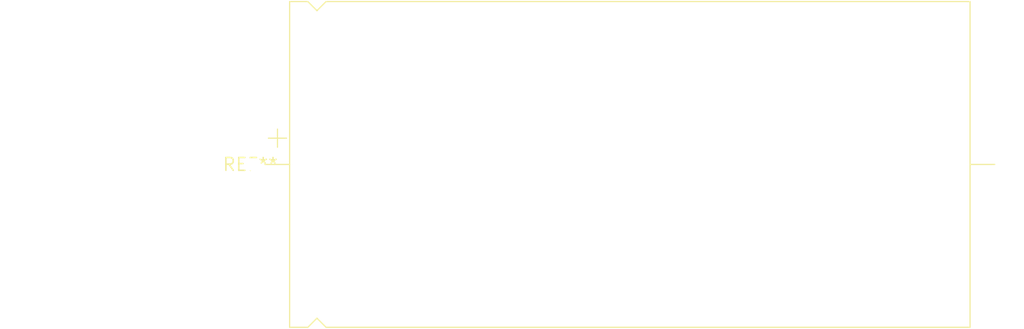
<source format=kicad_pcb>
(kicad_pcb (version 20240108) (generator pcbnew)
  (layers (0 "F.Cu" signal) (31 "B.Cu" signal) (34 "B.Paste" user) (35 "F.Paste" user) (36 "B.SilkS" user "B.Silkscreen") (37 "F.SilkS" user "F.Silkscreen") (38 "B.Mask" user) (39 "F.Mask" user) (44 "Edge.Cuts" user))
  (net 0 "")
  (footprint "CP_Axial_L67.0mm_D32.0mm_P75.00mm_Horizontal" (layer "F.Cu") (at 0 0)
    (property "Reference" "REF**")
    (property "Value" "CP_Axial_L67.0mm_D32.0mm_P75.00mm_Horizontal")
    (fp_line (start 1.44 0) (end 3.88 0) (layer "F.SilkS") (stroke (width 0.12)))
    (fp_line (start 1.78 -2.6) (end 3.58 -2.6) (layer "F.SilkS") (stroke (width 0.12)))
    (fp_line (start 2.68 -3.5) (end 2.68 -1.7) (layer "F.SilkS") (stroke (width 0.12)))
    (fp_line (start 3.88 -16.12) (end 3.88 16.12) (layer "F.SilkS") (stroke (width 0.12)))
    (fp_line (start 3.88 -16.12) (end 5.68 -16.12) (layer "F.SilkS") (stroke (width 0.12)))
    (fp_line (start 3.88 16.12) (end 5.68 16.12) (layer "F.SilkS") (stroke (width 0.12)))
    (fp_line (start 5.68 -16.12) (end 6.58 -15.22) (layer "F.SilkS") (stroke (width 0.12)))
    (fp_line (start 5.68 16.12) (end 6.58 15.22) (layer "F.SilkS") (stroke (width 0.12)))
    (fp_line (start 6.58 -15.22) (end 7.48 -16.12) (layer "F.SilkS") (stroke (width 0.12)))
    (fp_line (start 6.58 15.22) (end 7.48 16.12) (layer "F.SilkS") (stroke (width 0.12)))
    (fp_line (start 7.48 -16.12) (end 71.12 -16.12) (layer "F.SilkS") (stroke (width 0.12)))
    (fp_line (start 7.48 16.12) (end 71.12 16.12) (layer "F.SilkS") (stroke (width 0.12)))
    (fp_line (start 71.12 -16.12) (end 71.12 16.12) (layer "F.SilkS") (stroke (width 0.12)))
    (fp_line (start 73.56 0) (end 71.12 0) (layer "F.SilkS") (stroke (width 0.12)))
    (pad "1" thru_hole rect (at 0 0) (size 2.4 2.4) (drill 1.2) (layers *.Cu *.Mask) (remove_unused_layers))
    (pad "2" thru_hole oval (at 75 0) (size 2.4 2.4) (drill 1.2) (layers *.Cu *.Mask) (remove_unused_layers))
  )
)
</source>
